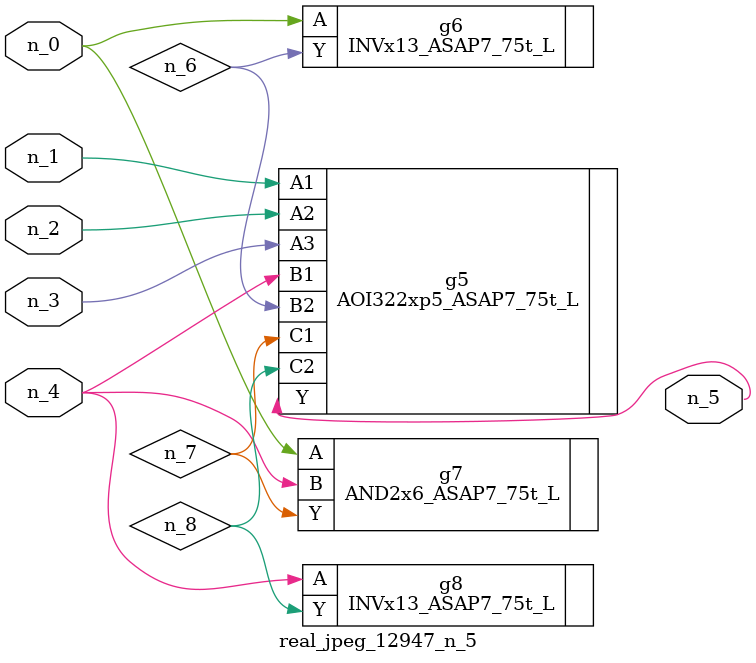
<source format=v>
module real_jpeg_12947_n_5 (n_4, n_0, n_1, n_2, n_3, n_5);

input n_4;
input n_0;
input n_1;
input n_2;
input n_3;

output n_5;

wire n_8;
wire n_6;
wire n_7;

INVx13_ASAP7_75t_L g6 ( 
.A(n_0),
.Y(n_6)
);

AND2x6_ASAP7_75t_L g7 ( 
.A(n_0),
.B(n_4),
.Y(n_7)
);

AOI322xp5_ASAP7_75t_L g5 ( 
.A1(n_1),
.A2(n_2),
.A3(n_3),
.B1(n_4),
.B2(n_6),
.C1(n_7),
.C2(n_8),
.Y(n_5)
);

INVx13_ASAP7_75t_L g8 ( 
.A(n_4),
.Y(n_8)
);


endmodule
</source>
